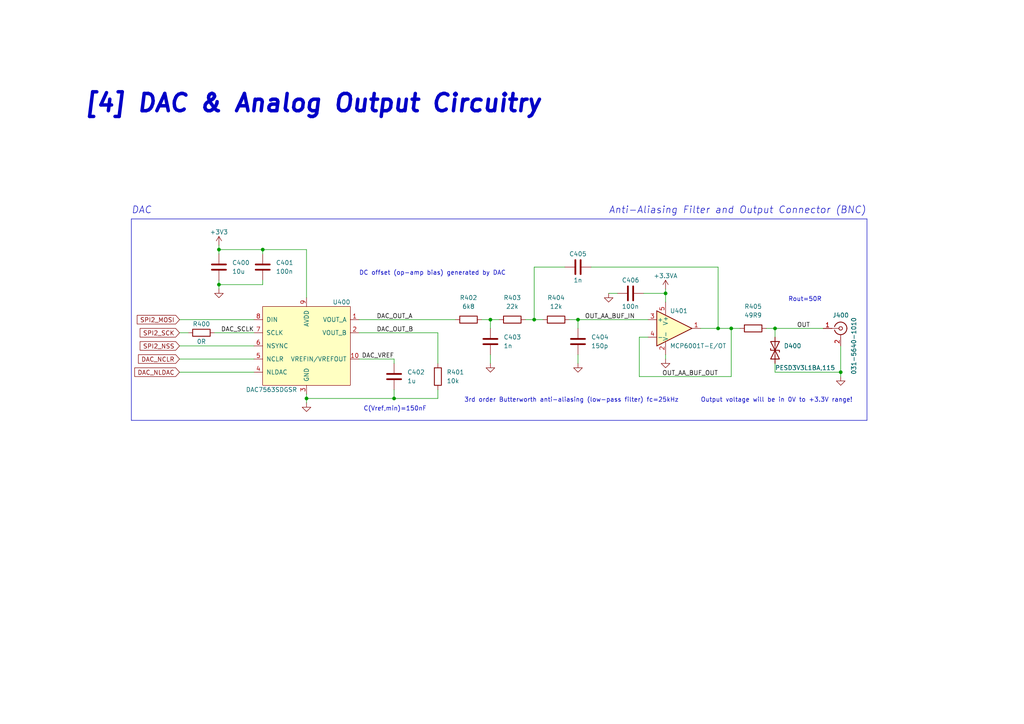
<source format=kicad_sch>
(kicad_sch (version 20250114) (generator "eeschema") (generator_version "9.0")
  (paper "A4")
  (title_block (title "Mixed-Signal Demo PCB") (rev "0.1"))
  (lib_symbols
    (symbol "Amplifier_Operational:MCP6001-OT" (pin_names (offset 0.127))
      (property "Reference" "U" (at -1.27 6.35 0))
      (property "Value" "MCP6001-OT" (at -1.27 3.81 0))
      (symbol "MCP6001-OT_0_1"
        (polyline (pts (xy -5.08 5.08) (xy 5.08 0) (xy -5.08 -5.08) (xy -5.08 5.08)) (stroke (width 0.254)) (fill (type background)))
        (pin power_in line (at -2.54 7.62 270) (length 3.81) (name "V+") (number "5"))
        (pin power_in line (at -2.54 -7.62 90) (length 3.81) (name "V-") (number "2"))
      )
      (symbol "MCP6001-OT_1_1"
        (pin input line (at -7.62 2.54 0) (length 2.54) (name "+") (number "3"))
        (pin input line (at -7.62 -2.54 0) (length 2.54) (name "-") (number "4"))
        (pin output line (at 7.62 0 180) (length 2.54) (name "~") (number "1"))
      )
    )
    (symbol "Connector:Conn_Coaxial" (pin_names (offset 1.016) (hide yes))
      (property "Reference" "J" (at 0.254 3.048 0))
      (property "Value" "Conn_Coaxial" (at 2.921 0 90))
      (symbol "Conn_Coaxial_0_1"
        (polyline (pts (xy -2.54 0) (xy -0.508 0)))
        (arc (start -1.778 0.508) (mid 0.222 1.8083) (end 1.778 0) (stroke (width 0.254)))
        (arc (start 1.778 0) (mid 0.222 -1.808) (end -1.778 -0.508) (stroke (width 0.254)))
        (circle (center 0 0) (radius 0.508) (stroke (width 0.2032)))
        (polyline (pts (xy 0 -2.54) (xy 0 -1.778)))
      )
      (symbol "Conn_Coaxial_1_1"
        (pin passive line (at -5.08 0 0) (length 2.54) (name "In") (number "1"))
        (pin passive line (at 0 -5.08 90) (length 2.54) (name "Ext") (number "2"))
      )
    )
    (symbol "Device:C" (pin_numbers (hide yes)) (pin_names (offset 0.254))
      (property "Reference" "C" (at 0.635 2.54 0))
      (property "Value" "C" (at 0.635 -2.54 0))
      (symbol "C_0_1"
        (polyline (pts (xy -2.032 0.762) (xy 2.032 0.762)) (stroke (width 0.508)))
        (polyline (pts (xy -2.032 -0.762) (xy 2.032 -0.762)) (stroke (width 0.508)))
      )
      (symbol "C_1_1"
        (pin passive line (at 0 3.81 270) (length 2.794) (name "~") (number "1"))
        (pin passive line (at 0 -3.81 90) (length 2.794) (name "~") (number "2"))
      )
    )
    (symbol "Device:D_TVS" (pin_numbers (hide yes)) (pin_names (offset 1.016) (hide yes))
      (property "Reference" "D" (at 0 2.54 0))
      (property "Value" "D_TVS" (at 0 -2.54 0))
      (symbol "D_TVS_0_1"
        (polyline (pts (xy -2.54 1.27) (xy -2.54 -1.27) (xy 2.54 1.27) (xy 2.54 -1.27) (xy -2.54 1.27)) (stroke (width 0.254)))
        (polyline (pts (xy 0.508 1.27) (xy 0 1.27) (xy 0 -1.27) (xy -0.508 -1.27)) (stroke (width 0.254)))
        (polyline (pts (xy 1.27 0) (xy -1.27 0)))
      )
      (symbol "D_TVS_1_1"
        (pin passive line (at -3.81 0 0) (length 2.54) (name "A1") (number "1"))
        (pin passive line (at 3.81 0 180) (length 2.54) (name "A2") (number "2"))
      )
    )
    (symbol "Device:R" (pin_numbers (hide yes)) (pin_names (offset 0))
      (property "Reference" "R" (at 2.032 0 90))
      (property "Value" "R" (at 0 0 90))
      (symbol "R_0_1"
        (rectangle (start -1.016 -2.54) (end 1.016 2.54) (stroke (width 0.254)))
      )
      (symbol "R_1_1"
        (pin passive line (at 0 3.81 270) (length 1.27) (name "~") (number "1"))
        (pin passive line (at 0 -3.81 90) (length 1.27) (name "~") (number "2"))
      )
    )
    (symbol "PhilsLab-KiCad-Symbols:DAC7563SDGSR" (pin_names (offset 1.016))
      (property "Reference" "U" (at 11.43 12.7 0))
      (property "Value" "PhilsLab-KiCad-Symbols_DAC7563SDGSR" (at 8.89 -12.7 0))
      (symbol "DAC7563SDGSR_0_0"
        (pin output line (at -15.24 7.62 0) (length 2.54) (name "VOUT_A") (number "1"))
        (pin output line (at -15.24 3.81 0) (length 2.54) (name "VOUT_B") (number "2"))
        (pin bidirectional line (at -15.24 -3.81 0) (length 2.54) (name "VREFIN/VREFOUT") (number "10"))
        (pin power_in line (at 0 13.97 270) (length 2.54) (name "AVDD") (number "9"))
        (pin power_in line (at 0 -13.97 90) (length 2.54) (name "GND") (number "3"))
        (pin input line (at 15.24 7.62 180) (length 2.54) (name "DIN") (number "8"))
        (pin input line (at 15.24 3.81 180) (length 2.54) (name "SCLK") (number "7"))
        (pin input line (at 15.24 0 180) (length 2.54) (name "NSYNC") (number "6"))
        (pin input line (at 15.24 -3.81 180) (length 2.54) (name "NCLR") (number "5"))
        (pin input line (at 15.24 -7.62 180) (length 2.54) (name "NLDAC") (number "4"))
      )
      (symbol "DAC7563SDGSR_0_1"
        (rectangle (start -12.7 11.43) (end 12.7 -11.43) (fill (type background)))
      )
    )
    (symbol "power:+3.3VA" (power) (pin_names (offset 0))
      (property "Value" "+3.3VA" (at 0 3.556 0))
      (symbol "+3.3VA_0_1"
        (polyline (pts (xy -0.762 1.27) (xy 0 2.54)))
        (polyline (pts (xy 0 2.54) (xy 0.762 1.27)))
        (polyline (pts (xy 0 0) (xy 0 2.54)))
      )
      (symbol "+3.3VA_1_1"
        (pin power_in line (at 0 0 90) (length 0) (hide yes) (name "+3.3VA") (number "1"))
      )
    )
    (symbol "power:+3V3" (power) (pin_names (offset 0))
      (property "Value" "+3V3" (at 0 3.556 0))
      (symbol "+3V3_0_1"
        (polyline (pts (xy -0.762 1.27) (xy 0 2.54)))
        (polyline (pts (xy 0 2.54) (xy 0.762 1.27)))
        (polyline (pts (xy 0 0) (xy 0 2.54)))
      )
      (symbol "+3V3_1_1"
        (pin power_in line (at 0 0 90) (length 0) (hide yes) (name "+3V3") (number "1"))
      )
    )
    (symbol "power:GND" (power) (pin_names (offset 0))
      (property "Value" "GND" (at 0 -3.81 0))
      (symbol "GND_0_1"
        (polyline (pts (xy 0 0) (xy 0 -1.27) (xy 1.27 -1.27) (xy 0 -2.54) (xy -1.27 -1.27) (xy 0 -1.27)))
      )
      (symbol "GND_1_1"
        (pin power_in line (at 0 0 270) (length 0) (hide yes) (name "GND") (number "1"))
      )
    )
  )
  (text "[4] DAC & Analog Output Circuitry" (at 24.13 33.02 0) (effects (font (size 5.0038 5.0038) (thickness 1.0008) (bold yes) (italic yes)) (justify left bottom)))
  (text "Anti-Aliasing Filter and Output Connector (BNC)" (at 176.53 62.23 0) (effects (font (size 2.0066 2.0066) (italic yes)) (justify left bottom)))
  (text "Rout=50R" (at 228.6 87.63 0) (effects (font (size 1.27 1.27)) (justify left bottom)))
  (text "Output voltage will be in 0V to +3.3V range!" (at 203.2 116.84 0) (effects (font (size 1.27 1.27)) (justify left bottom)))
  (text "DAC" (at 38.1 62.23 0) (effects (font (size 2.0066 2.0066) (italic yes)) (justify left bottom)))
  (text "C(Vref,min)=150nF" (at 105.41 119.38 0) (effects (font (size 1.27 1.27)) (justify left bottom)))
  (text "3rd order Butterworth anti-aliasing (low-pass filter) fc=25kHz" (at 134.62 116.84 0) (effects (font (size 1.27 1.27)) (justify left bottom)))
  (text "DC offset (op-amp bias) generated by DAC" (at 104.14 80.01 0) (effects (font (size 1.27 1.27)) (justify left bottom)))
  (junction (at 193.04 85.09))
  (junction (at 88.9 115.57))
  (junction (at 63.5 82.55))
  (junction (at 224.79 95.25))
  (junction (at 208.28 95.25))
  (junction (at 167.64 92.71))
  (junction (at 212.09 95.25))
  (junction (at 63.5 72.39))
  (junction (at 76.2 72.39))
  (junction (at 154.94 92.71))
  (junction (at 114.3 115.57))
  (junction (at 142.24 92.71))
  (junction (at 243.84 107.95))
  (wire (pts (xy 144.78 92.71) (xy 142.24 92.71)))
  (wire (pts (xy 187.96 97.79) (xy 185.42 97.79)))
  (wire (pts (xy 88.9 72.39) (xy 88.9 86.36)))
  (wire (pts (xy 142.24 95.25) (xy 142.24 92.71)))
  (wire (pts (xy 88.9 116.84) (xy 88.9 115.57)))
  (wire (pts (xy 114.3 115.57) (xy 114.3 113.03)))
  (wire (pts (xy 176.53 85.09) (xy 179.07 85.09)))
  (wire (pts (xy 185.42 97.79) (xy 185.42 109.22)))
  (wire (pts (xy 167.64 95.25) (xy 167.64 92.71)))
  (polyline (pts (xy 38.1 63.5) (xy 38.1 121.92)))
  (wire (pts (xy 185.42 109.22) (xy 212.09 109.22)))
  (wire (pts (xy 187.96 92.71) (xy 167.64 92.71)))
  (wire (pts (xy 76.2 72.39) (xy 88.9 72.39)))
  (wire (pts (xy 88.9 115.57) (xy 88.9 114.3)))
  (wire (pts (xy 222.25 95.25) (xy 224.79 95.25)))
  (wire (pts (xy 167.64 102.87) (xy 167.64 105.41)))
  (wire (pts (xy 52.07 92.71) (xy 73.66 92.71)))
  (wire (pts (xy 193.04 85.09) (xy 193.04 83.82)))
  (wire (pts (xy 224.79 107.95) (xy 224.79 105.41)))
  (wire (pts (xy 63.5 82.55) (xy 63.5 81.28)))
  (wire (pts (xy 186.69 85.09) (xy 193.04 85.09)))
  (wire (pts (xy 142.24 102.87) (xy 142.24 105.41)))
  (wire (pts (xy 63.5 83.82) (xy 63.5 82.55)))
  (wire (pts (xy 132.08 92.71) (xy 104.14 92.71)))
  (wire (pts (xy 52.07 104.14) (xy 73.66 104.14)))
  (wire (pts (xy 73.66 96.52) (xy 62.23 96.52)))
  (wire (pts (xy 114.3 115.57) (xy 127 115.57)))
  (wire (pts (xy 63.5 72.39) (xy 63.5 73.66)))
  (wire (pts (xy 88.9 115.57) (xy 114.3 115.57)))
  (wire (pts (xy 52.07 100.33) (xy 73.66 100.33)))
  (wire (pts (xy 52.07 107.95) (xy 73.66 107.95)))
  (wire (pts (xy 167.64 92.71) (xy 165.1 92.71)))
  (wire (pts (xy 208.28 95.25) (xy 203.2 95.25)))
  (wire (pts (xy 224.79 107.95) (xy 243.84 107.95)))
  (polyline (pts (xy 38.1 121.92) (xy 251.46 121.92)))
  (wire (pts (xy 212.09 95.25) (xy 208.28 95.25)))
  (wire (pts (xy 54.61 96.52) (xy 52.07 96.52)))
  (wire (pts (xy 154.94 77.47) (xy 163.83 77.47)))
  (wire (pts (xy 114.3 104.14) (xy 104.14 104.14)))
  (wire (pts (xy 154.94 92.71) (xy 154.94 77.47)))
  (wire (pts (xy 127 105.41) (xy 127 96.52)))
  (wire (pts (xy 214.63 95.25) (xy 212.09 95.25)))
  (wire (pts (xy 208.28 77.47) (xy 208.28 95.25)))
  (wire (pts (xy 127 96.52) (xy 104.14 96.52)))
  (wire (pts (xy 212.09 109.22) (xy 212.09 95.25)))
  (wire (pts (xy 171.45 77.47) (xy 208.28 77.47)))
  (polyline (pts (xy 251.46 121.92) (xy 251.46 63.5)))
  (wire (pts (xy 114.3 105.41) (xy 114.3 104.14)))
  (wire (pts (xy 127 115.57) (xy 127 113.03)))
  (wire (pts (xy 63.5 82.55) (xy 76.2 82.55)))
  (wire (pts (xy 157.48 92.71) (xy 154.94 92.71)))
  (wire (pts (xy 193.04 85.09) (xy 193.04 87.63)))
  (polyline (pts (xy 251.46 63.5) (xy 38.1 63.5)))
  (wire (pts (xy 193.04 104.14) (xy 193.04 102.87)))
  (wire (pts (xy 63.5 71.12) (xy 63.5 72.39)))
  (wire (pts (xy 63.5 72.39) (xy 76.2 72.39)))
  (wire (pts (xy 243.84 107.95) (xy 243.84 109.22)))
  (wire (pts (xy 224.79 95.25) (xy 238.76 95.25)))
  (wire (pts (xy 142.24 92.71) (xy 139.7 92.71)))
  (wire (pts (xy 224.79 97.79) (xy 224.79 95.25)))
  (wire (pts (xy 243.84 100.33) (xy 243.84 107.95)))
  (wire (pts (xy 154.94 92.71) (xy 152.4 92.71)))
  (wire (pts (xy 76.2 72.39) (xy 76.2 73.66)))
  (wire (pts (xy 76.2 82.55) (xy 76.2 81.28)))
  (label "DAC_OUT_A" (at 109.22 92.71 0))
  (label "DAC_OUT_B" (at 109.22 96.52 0))
  (label "OUT" (at 231.14 95.25 0))
  (label "DAC_VREF" (at 114.3 104.14 180))
  (label "OUT_AA_BUF_OUT" (at 208.28 109.22 180))
  (label "DAC_SCLK" (at 73.66 96.52 180))
  (label "OUT_AA_BUF_IN" (at 184.15 92.71 180))
  (global_label "DAC_NLDAC" (shape input) (at 52.07 107.95 180) (property "Intersheetrefs" "${INTERSHEET_REFS}" (effects (hide yes))))
  (global_label "SPI2_SCK" (shape input) (at 52.07 96.52 180) (property "Intersheetrefs" "${INTERSHEET_REFS}" (effects (hide yes))))
  (global_label "SPI2_MOSI" (shape input) (at 52.07 92.71 180) (property "Intersheetrefs" "${INTERSHEET_REFS}" (effects (hide yes))))
  (global_label "DAC_NCLR" (shape input) (at 52.07 104.14 180) (property "Intersheetrefs" "${INTERSHEET_REFS}" (effects (hide yes))))
  (global_label "SPI2_NSS" (shape input) (at 52.07 100.33 180) (property "Intersheetrefs" "${INTERSHEET_REFS}" (effects (hide yes))))
  (symbol (lib_id "Device:R") (at 58.42 96.52 90) (mirror x) (unit 1)
    (property "Reference" "R400" (at 58.42 93.98 90))
    (property "Value" "0R" (at 58.42 99.06 90))
    (property "Footprint" "Resistor_SMD:R_0402_1005Metric" (effects (hide yes)))
    (property "Manufacturer" "UNI-ROYAL(Uniroyal Elec)" (effects (hide yes)))
    (property "Manufacturer Part Number" "0402WGF0000TCE" (effects (hide yes)))
  )
  (symbol (lib_id "power:+3V3") (at 63.5 71.12 0) (mirror y) (unit 1)
    (property "Reference" "#PWR060" (effects (hide yes)))
    (property "Value" "+3V3" (at 63.5 67.31 0))
  )
  (symbol (lib_id "power:GND") (at 88.9 116.84 0) (mirror y) (unit 1)
    (property "Reference" "#PWR068" (effects (hide yes)))
    (property "Value" "GND" (effects (hide yes)))
  )
  (symbol (lib_id "Device:C") (at 114.3 109.22 0) (unit 1)
    (property "Reference" "C402" (at 118.11 107.95 0) (effects (justify left)))
    (property "Value" "1u" (at 118.11 110.49 0) (effects (justify left)))
    (property "Footprint" "Capacitor_SMD:C_0603_1608Metric" (effects (hide yes)))
    (property "Manufacturer" "Samsung Electro-Mechanics" (effects (hide yes)))
    (property "Manufacturer Part Number" "CL10A105KB8NNNC" (effects (hide yes)))
  )
  (symbol (lib_id "Device:C") (at 63.5 77.47 0) (unit 1)
    (property "Reference" "C400" (at 67.31 76.2 0) (effects (justify left)))
    (property "Value" "10u" (at 67.31 78.74 0) (effects (justify left)))
    (property "Footprint" "Capacitor_SMD:C_0603_1608Metric" (effects (hide yes)))
    (property "Manufacturer" "Samsung Electro-Mechanics" (effects (hide yes)))
    (property "Manufacturer Part Number" "CL10A106MA8NRNC" (effects (hide yes)))
  )
  (symbol (lib_id "PhilsLab-KiCad-Symbols:DAC7563SDGSR") (at 88.9 100.33 0) (mirror y) (unit 1)
    (property "Reference" "U400" (at 99.06 87.63 0))
    (property "Value" "DAC7563SDGSR" (at 78.74 113.03 0))
    (property "Footprint" "Package_SO:VSSOP-10_3x3mm_P0.5mm" (effects (hide yes)))
    (property "Manufacturer" "Texas Instruments" (effects (hide yes)))
    (property "Manufacturer Part Number" "DAC7563TDGSR" (effects (hide yes)))
  )
  (symbol (lib_id "Device:C") (at 76.2 77.47 0) (unit 1)
    (property "Reference" "C401" (at 80.01 76.2 0) (effects (justify left)))
    (property "Value" "100n" (at 80.01 78.74 0) (effects (justify left)))
    (property "Footprint" "Capacitor_SMD:C_0402_1005Metric" (effects (hide yes)))
    (property "Manufacturer" "Samsung Electro-Mechanics" (effects (hide yes)))
    (property "Manufacturer Part Number" "CL05B104KO5NNNC" (effects (hide yes)))
  )
  (symbol (lib_id "power:GND") (at 63.5 83.82 0) (mirror y) (unit 1)
    (property "Reference" "#PWR061" (effects (hide yes)))
    (property "Value" "GND" (effects (hide yes)))
  )
  (symbol (lib_id "Device:R") (at 127 109.22 0) (unit 1)
    (property "Reference" "R401" (at 129.54 107.95 0) (effects (justify left)))
    (property "Value" "10k" (at 129.54 110.49 0) (effects (justify left)))
    (property "Footprint" "Resistor_SMD:R_0402_1005Metric" (effects (hide yes)))
    (property "Manufacturer" "UNI-ROYAL(Uniroyal Elec)" (effects (hide yes)))
    (property "Manufacturer Part Number" "0402WGF1002TCE" (effects (hide yes)))
  )
  (symbol (lib_id "Amplifier_Operational:MCP6001-OT") (at 195.58 95.25 0) (unit 1)
    (property "Reference" "U401" (at 194.31 90.17 0) (effects (justify left)))
    (property "Value" "MCP6001T-E/OT" (at 194.31 100.33 0) (effects (justify left)))
    (property "Footprint" "Package_TO_SOT_SMD:SOT-23-5" (effects (hide yes)))
    (property "Datasheet" "http://ww1.microchip.com/downloads/en/DeviceDoc/21733j.pdf" (effects (hide yes)))
    (property "Manufacturer" "Microchip Tech" (effects (hide yes)))
    (property "Manufacturer Part Number" "MCP6001T-E/OT" (effects (hide yes)))
  )
  (symbol (lib_id "Device:C") (at 182.88 85.09 270) (unit 1)
    (property "Reference" "C406" (at 180.34 81.28 90) (effects (justify left)))
    (property "Value" "100n" (at 180.34 88.9 90) (effects (justify left)))
    (property "Footprint" "Capacitor_SMD:C_0402_1005Metric" (effects (hide yes)))
    (property "Manufacturer" "Samsung Electro-Mechanics" (effects (hide yes)))
    (property "Manufacturer Part Number" "CL05B104KO5NNNC" (effects (hide yes)))
  )
  (symbol (lib_id "power:GND") (at 193.04 104.14 0) (unit 1)
    (property "Reference" "#PWR064" (effects (hide yes)))
    (property "Value" "GND" (effects (hide yes)))
  )
  (symbol (lib_id "power:GND") (at 176.53 85.09 0) (unit 1)
    (property "Reference" "#PWR063" (effects (hide yes)))
    (property "Value" "GND" (effects (hide yes)))
  )
  (symbol (lib_id "Device:R") (at 135.89 92.71 270) (unit 1)
    (property "Reference" "R402" (at 135.89 86.36 90))
    (property "Value" "6k8" (at 135.89 88.9 90))
    (property "Footprint" "Resistor_SMD:R_0402_1005Metric" (effects (hide yes)))
    (property "Manufacturer" "UNI-ROYAL(Uniroyal Elec)" (effects (hide yes)))
    (property "Manufacturer Part Number" "0402WGF6801TCE" (effects (hide yes)))
  )
  (symbol (lib_id "Device:C") (at 142.24 99.06 0) (unit 1)
    (property "Reference" "C403" (at 146.05 97.79 0) (effects (justify left)))
    (property "Value" "1n" (at 146.05 100.33 0) (effects (justify left)))
    (property "Footprint" "Capacitor_SMD:C_0402_1005Metric" (effects (hide yes)))
    (property "Manufacturer" "FH (Guangdong Fenghua Advanced Tech)" (effects (hide yes)))
    (property "Manufacturer Part Number" "0402B102K500NT" (effects (hide yes)))
  )
  (symbol (lib_id "Device:R") (at 148.59 92.71 270) (unit 1)
    (property "Reference" "R403" (at 148.59 86.36 90))
    (property "Value" "22k" (at 148.59 88.9 90))
    (property "Footprint" "Resistor_SMD:R_0402_1005Metric" (effects (hide yes)))
    (property "Manufacturer" "UNI-ROYAL(Uniroyal Elec)" (effects (hide yes)))
    (property "Manufacturer Part Number" "0402WGF2202TCE" (effects (hide yes)))
  )
  (symbol (lib_id "power:GND") (at 142.24 105.41 0) (unit 1)
    (property "Reference" "#PWR065" (effects (hide yes)))
    (property "Value" "GND" (effects (hide yes)))
  )
  (symbol (lib_id "Device:R") (at 161.29 92.71 270) (unit 1)
    (property "Reference" "R404" (at 161.29 86.36 90))
    (property "Value" "12k" (at 161.29 88.9 90))
    (property "Footprint" "Resistor_SMD:R_0402_1005Metric" (effects (hide yes)))
    (property "Manufacturer" "UNI-ROYAL(Uniroyal Elec)" (effects (hide yes)))
    (property "Manufacturer Part Number" "0402WGF1202TCE" (effects (hide yes)))
  )
  (symbol (lib_id "Device:C") (at 167.64 99.06 0) (unit 1)
    (property "Reference" "C404" (at 171.45 97.79 0) (effects (justify left)))
    (property "Value" "150p" (at 171.45 100.33 0) (effects (justify left)))
    (property "Footprint" "Capacitor_SMD:C_0402_1005Metric" (effects (hide yes)))
    (property "Manufacturer" "Samsung Electro-Mechanics" (effects (hide yes)))
    (property "Manufacturer Part Number" "CL05C151JB5NNNC" (effects (hide yes)))
  )
  (symbol (lib_id "Device:R") (at 218.44 95.25 270) (unit 1)
    (property "Reference" "R405" (at 218.44 88.9 90))
    (property "Value" "49R9" (at 218.44 91.44 90))
    (property "Footprint" "Resistor_SMD:R_0402_1005Metric" (effects (hide yes)))
    (property "Manufacturer" "UNI-ROYAL(Uniroyal Elec)" (effects (hide yes)))
    (property "Manufacturer Part Number" "0402WGF499JTCE" (effects (hide yes)))
  )
  (symbol (lib_id "power:GND") (at 167.64 105.41 0) (unit 1)
    (property "Reference" "#PWR066" (effects (hide yes)))
    (property "Value" "GND" (effects (hide yes)))
  )
  (symbol (lib_id "power:+3.3VA") (at 193.04 83.82 0) (unit 1)
    (property "Reference" "#PWR062" (effects (hide yes)))
    (property "Value" "+3.3VA" (at 193.04 80.01 0))
  )
  (symbol (lib_id "Device:D_TVS") (at 224.79 101.6 270) (unit 1)
    (property "Reference" "D400" (at 227.33 100.33 90) (effects (justify left)))
    (property "Value" "PESD3V3L1BA,115" (at 224.79 106.68 90) (effects (justify left)))
    (property "Footprint" "Diode_SMD:D_SOD-323" (effects (hide yes)))
    (property "Manufacturer" "Nexperia" (effects (hide yes)))
    (property "Manufacturer Part Number" "PESD3V3L1BA,115" (effects (hide yes)))
  )
  (symbol (lib_id "Connector:Conn_Coaxial") (at 243.84 95.25 0) (unit 1)
    (property "Reference" "J400" (at 243.84 91.44 0))
    (property "Value" "031-5640-1010" (at 247.65 100.33 90))
    (property "Footprint" "Custom_RF:AMPHENOL-BNC-031-5640-1010" (effects (hide yes)))
    (property "Datasheet" " ~" (effects (hide yes)))
    (property "Manufacturer" "Amphenol ICC" (effects (hide yes)))
    (property "Manufacturer Part Number" "031-5640" (effects (hide yes)))
  )
  (symbol (lib_id "power:GND") (at 243.84 109.22 0) (unit 1)
    (property "Reference" "#PWR067" (effects (hide yes)))
    (property "Value" "GND" (effects (hide yes)))
  )
  (symbol (lib_id "Device:C") (at 167.64 77.47 90) (unit 1)
    (property "Reference" "C405" (at 170.18 73.66 90) (effects (justify left)))
    (property "Value" "1n" (at 168.91 81.28 90) (effects (justify left)))
    (property "Footprint" "Capacitor_SMD:C_0402_1005Metric" (effects (hide yes)))
    (property "Manufacturer" "FH (Guangdong Fenghua Advanced Tech)" (effects (hide yes)))
    (property "Manufacturer Part Number" "0402B102K500NT" (effects (hide yes)))
  )
)
</source>
